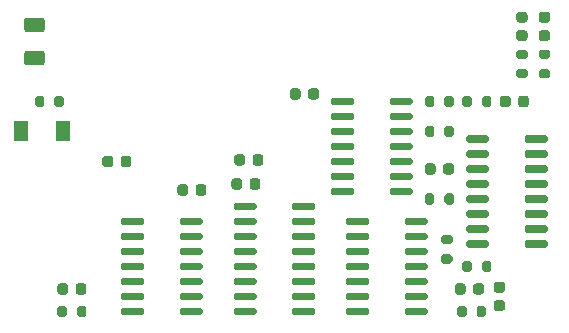
<source format=gtp>
G04 #@! TF.GenerationSoftware,KiCad,Pcbnew,(5.1.10-1-10_14)*
G04 #@! TF.CreationDate,2021-10-20T08:46:01-07:00*
G04 #@! TF.ProjectId,qiroll PAS digital logic,7169726f-6c6c-4205-9041-532064696769,rev?*
G04 #@! TF.SameCoordinates,Original*
G04 #@! TF.FileFunction,Paste,Top*
G04 #@! TF.FilePolarity,Positive*
%FSLAX46Y46*%
G04 Gerber Fmt 4.6, Leading zero omitted, Abs format (unit mm)*
G04 Created by KiCad (PCBNEW (5.1.10-1-10_14)) date 2021-10-20 08:46:01*
%MOMM*%
%LPD*%
G01*
G04 APERTURE LIST*
%ADD10R,1.300000X1.700000*%
G04 APERTURE END LIST*
G04 #@! TO.C,C15*
G36*
G01*
X133787000Y-114050000D02*
X133787000Y-114550000D01*
G75*
G02*
X133562000Y-114775000I-225000J0D01*
G01*
X133112000Y-114775000D01*
G75*
G02*
X132887000Y-114550000I0J225000D01*
G01*
X132887000Y-114050000D01*
G75*
G02*
X133112000Y-113825000I225000J0D01*
G01*
X133562000Y-113825000D01*
G75*
G02*
X133787000Y-114050000I0J-225000D01*
G01*
G37*
G36*
G01*
X135337000Y-114050000D02*
X135337000Y-114550000D01*
G75*
G02*
X135112000Y-114775000I-225000J0D01*
G01*
X134662000Y-114775000D01*
G75*
G02*
X134437000Y-114550000I0J225000D01*
G01*
X134437000Y-114050000D01*
G75*
G02*
X134662000Y-113825000I225000J0D01*
G01*
X135112000Y-113825000D01*
G75*
G02*
X135337000Y-114050000I0J-225000D01*
G01*
G37*
G04 #@! TD*
G04 #@! TO.C,C14*
G36*
G01*
X134028000Y-112018000D02*
X134028000Y-112518000D01*
G75*
G02*
X133803000Y-112743000I-225000J0D01*
G01*
X133353000Y-112743000D01*
G75*
G02*
X133128000Y-112518000I0J225000D01*
G01*
X133128000Y-112018000D01*
G75*
G02*
X133353000Y-111793000I225000J0D01*
G01*
X133803000Y-111793000D01*
G75*
G02*
X134028000Y-112018000I0J-225000D01*
G01*
G37*
G36*
G01*
X135578000Y-112018000D02*
X135578000Y-112518000D01*
G75*
G02*
X135353000Y-112743000I-225000J0D01*
G01*
X134903000Y-112743000D01*
G75*
G02*
X134678000Y-112518000I0J225000D01*
G01*
X134678000Y-112018000D01*
G75*
G02*
X134903000Y-111793000I225000J0D01*
G01*
X135353000Y-111793000D01*
G75*
G02*
X135578000Y-112018000I0J-225000D01*
G01*
G37*
G04 #@! TD*
G04 #@! TO.C,R11*
G36*
G01*
X153650000Y-125370000D02*
X153650000Y-124820000D01*
G75*
G02*
X153850000Y-124620000I200000J0D01*
G01*
X154250000Y-124620000D01*
G75*
G02*
X154450000Y-124820000I0J-200000D01*
G01*
X154450000Y-125370000D01*
G75*
G02*
X154250000Y-125570000I-200000J0D01*
G01*
X153850000Y-125570000D01*
G75*
G02*
X153650000Y-125370000I0J200000D01*
G01*
G37*
G36*
G01*
X152000000Y-125370000D02*
X152000000Y-124820000D01*
G75*
G02*
X152200000Y-124620000I200000J0D01*
G01*
X152600000Y-124620000D01*
G75*
G02*
X152800000Y-124820000I0J-200000D01*
G01*
X152800000Y-125370000D01*
G75*
G02*
X152600000Y-125570000I-200000J0D01*
G01*
X152200000Y-125570000D01*
G75*
G02*
X152000000Y-125370000I0J200000D01*
G01*
G37*
G04 #@! TD*
G04 #@! TO.C,R10*
G36*
G01*
X150070000Y-109580000D02*
X150070000Y-110130000D01*
G75*
G02*
X149870000Y-110330000I-200000J0D01*
G01*
X149470000Y-110330000D01*
G75*
G02*
X149270000Y-110130000I0J200000D01*
G01*
X149270000Y-109580000D01*
G75*
G02*
X149470000Y-109380000I200000J0D01*
G01*
X149870000Y-109380000D01*
G75*
G02*
X150070000Y-109580000I0J-200000D01*
G01*
G37*
G36*
G01*
X151720000Y-109580000D02*
X151720000Y-110130000D01*
G75*
G02*
X151520000Y-110330000I-200000J0D01*
G01*
X151120000Y-110330000D01*
G75*
G02*
X150920000Y-110130000I0J200000D01*
G01*
X150920000Y-109580000D01*
G75*
G02*
X151120000Y-109380000I200000J0D01*
G01*
X151520000Y-109380000D01*
G75*
G02*
X151720000Y-109580000I0J-200000D01*
G01*
G37*
G04 #@! TD*
G04 #@! TO.C,R9*
G36*
G01*
X154095000Y-107590000D02*
X154095000Y-107040000D01*
G75*
G02*
X154295000Y-106840000I200000J0D01*
G01*
X154695000Y-106840000D01*
G75*
G02*
X154895000Y-107040000I0J-200000D01*
G01*
X154895000Y-107590000D01*
G75*
G02*
X154695000Y-107790000I-200000J0D01*
G01*
X154295000Y-107790000D01*
G75*
G02*
X154095000Y-107590000I0J200000D01*
G01*
G37*
G36*
G01*
X152445000Y-107590000D02*
X152445000Y-107040000D01*
G75*
G02*
X152645000Y-106840000I200000J0D01*
G01*
X153045000Y-106840000D01*
G75*
G02*
X153245000Y-107040000I0J-200000D01*
G01*
X153245000Y-107590000D01*
G75*
G02*
X153045000Y-107790000I-200000J0D01*
G01*
X152645000Y-107790000D01*
G75*
G02*
X152445000Y-107590000I0J200000D01*
G01*
G37*
G04 #@! TD*
G04 #@! TO.C,R8*
G36*
G01*
X159660000Y-103715000D02*
X159110000Y-103715000D01*
G75*
G02*
X158910000Y-103515000I0J200000D01*
G01*
X158910000Y-103115000D01*
G75*
G02*
X159110000Y-102915000I200000J0D01*
G01*
X159660000Y-102915000D01*
G75*
G02*
X159860000Y-103115000I0J-200000D01*
G01*
X159860000Y-103515000D01*
G75*
G02*
X159660000Y-103715000I-200000J0D01*
G01*
G37*
G36*
G01*
X159660000Y-105365000D02*
X159110000Y-105365000D01*
G75*
G02*
X158910000Y-105165000I0J200000D01*
G01*
X158910000Y-104765000D01*
G75*
G02*
X159110000Y-104565000I200000J0D01*
G01*
X159660000Y-104565000D01*
G75*
G02*
X159860000Y-104765000I0J-200000D01*
G01*
X159860000Y-105165000D01*
G75*
G02*
X159660000Y-105365000I-200000J0D01*
G01*
G37*
G04 #@! TD*
G04 #@! TO.C,R6*
G36*
G01*
X154095000Y-121560000D02*
X154095000Y-121010000D01*
G75*
G02*
X154295000Y-120810000I200000J0D01*
G01*
X154695000Y-120810000D01*
G75*
G02*
X154895000Y-121010000I0J-200000D01*
G01*
X154895000Y-121560000D01*
G75*
G02*
X154695000Y-121760000I-200000J0D01*
G01*
X154295000Y-121760000D01*
G75*
G02*
X154095000Y-121560000I0J200000D01*
G01*
G37*
G36*
G01*
X152445000Y-121560000D02*
X152445000Y-121010000D01*
G75*
G02*
X152645000Y-120810000I200000J0D01*
G01*
X153045000Y-120810000D01*
G75*
G02*
X153245000Y-121010000I0J-200000D01*
G01*
X153245000Y-121560000D01*
G75*
G02*
X153045000Y-121760000I-200000J0D01*
G01*
X152645000Y-121760000D01*
G75*
G02*
X152445000Y-121560000I0J200000D01*
G01*
G37*
G04 #@! TD*
G04 #@! TO.C,R5*
G36*
G01*
X150070000Y-107040000D02*
X150070000Y-107590000D01*
G75*
G02*
X149870000Y-107790000I-200000J0D01*
G01*
X149470000Y-107790000D01*
G75*
G02*
X149270000Y-107590000I0J200000D01*
G01*
X149270000Y-107040000D01*
G75*
G02*
X149470000Y-106840000I200000J0D01*
G01*
X149870000Y-106840000D01*
G75*
G02*
X150070000Y-107040000I0J-200000D01*
G01*
G37*
G36*
G01*
X151720000Y-107040000D02*
X151720000Y-107590000D01*
G75*
G02*
X151520000Y-107790000I-200000J0D01*
G01*
X151120000Y-107790000D01*
G75*
G02*
X150920000Y-107590000I0J200000D01*
G01*
X150920000Y-107040000D01*
G75*
G02*
X151120000Y-106840000I200000J0D01*
G01*
X151520000Y-106840000D01*
G75*
G02*
X151720000Y-107040000I0J-200000D01*
G01*
G37*
G04 #@! TD*
G04 #@! TO.C,R4*
G36*
G01*
X150855000Y-120250000D02*
X151405000Y-120250000D01*
G75*
G02*
X151605000Y-120450000I0J-200000D01*
G01*
X151605000Y-120850000D01*
G75*
G02*
X151405000Y-121050000I-200000J0D01*
G01*
X150855000Y-121050000D01*
G75*
G02*
X150655000Y-120850000I0J200000D01*
G01*
X150655000Y-120450000D01*
G75*
G02*
X150855000Y-120250000I200000J0D01*
G01*
G37*
G36*
G01*
X150855000Y-118600000D02*
X151405000Y-118600000D01*
G75*
G02*
X151605000Y-118800000I0J-200000D01*
G01*
X151605000Y-119200000D01*
G75*
G02*
X151405000Y-119400000I-200000J0D01*
G01*
X150855000Y-119400000D01*
G75*
G02*
X150655000Y-119200000I0J200000D01*
G01*
X150655000Y-118800000D01*
G75*
G02*
X150855000Y-118600000I200000J0D01*
G01*
G37*
G04 #@! TD*
G04 #@! TO.C,R3*
G36*
G01*
X150070000Y-115295000D02*
X150070000Y-115845000D01*
G75*
G02*
X149870000Y-116045000I-200000J0D01*
G01*
X149470000Y-116045000D01*
G75*
G02*
X149270000Y-115845000I0J200000D01*
G01*
X149270000Y-115295000D01*
G75*
G02*
X149470000Y-115095000I200000J0D01*
G01*
X149870000Y-115095000D01*
G75*
G02*
X150070000Y-115295000I0J-200000D01*
G01*
G37*
G36*
G01*
X151720000Y-115295000D02*
X151720000Y-115845000D01*
G75*
G02*
X151520000Y-116045000I-200000J0D01*
G01*
X151120000Y-116045000D01*
G75*
G02*
X150920000Y-115845000I0J200000D01*
G01*
X150920000Y-115295000D01*
G75*
G02*
X151120000Y-115095000I200000J0D01*
G01*
X151520000Y-115095000D01*
G75*
G02*
X151720000Y-115295000I0J-200000D01*
G01*
G37*
G04 #@! TD*
G04 #@! TO.C,R2*
G36*
G01*
X157755000Y-103715000D02*
X157205000Y-103715000D01*
G75*
G02*
X157005000Y-103515000I0J200000D01*
G01*
X157005000Y-103115000D01*
G75*
G02*
X157205000Y-102915000I200000J0D01*
G01*
X157755000Y-102915000D01*
G75*
G02*
X157955000Y-103115000I0J-200000D01*
G01*
X157955000Y-103515000D01*
G75*
G02*
X157755000Y-103715000I-200000J0D01*
G01*
G37*
G36*
G01*
X157755000Y-105365000D02*
X157205000Y-105365000D01*
G75*
G02*
X157005000Y-105165000I0J200000D01*
G01*
X157005000Y-104765000D01*
G75*
G02*
X157205000Y-104565000I200000J0D01*
G01*
X157755000Y-104565000D01*
G75*
G02*
X157955000Y-104765000I0J-200000D01*
G01*
X157955000Y-105165000D01*
G75*
G02*
X157755000Y-105365000I-200000J0D01*
G01*
G37*
G04 #@! TD*
G04 #@! TO.C,R1*
G36*
G01*
X119805000Y-125370000D02*
X119805000Y-124820000D01*
G75*
G02*
X120005000Y-124620000I200000J0D01*
G01*
X120405000Y-124620000D01*
G75*
G02*
X120605000Y-124820000I0J-200000D01*
G01*
X120605000Y-125370000D01*
G75*
G02*
X120405000Y-125570000I-200000J0D01*
G01*
X120005000Y-125570000D01*
G75*
G02*
X119805000Y-125370000I0J200000D01*
G01*
G37*
G36*
G01*
X118155000Y-125370000D02*
X118155000Y-124820000D01*
G75*
G02*
X118355000Y-124620000I200000J0D01*
G01*
X118755000Y-124620000D01*
G75*
G02*
X118955000Y-124820000I0J-200000D01*
G01*
X118955000Y-125370000D01*
G75*
G02*
X118755000Y-125570000I-200000J0D01*
G01*
X118355000Y-125570000D01*
G75*
G02*
X118155000Y-125370000I0J200000D01*
G01*
G37*
G04 #@! TD*
G04 #@! TO.C,C9*
G36*
G01*
X157170000Y-107565000D02*
X157170000Y-107065000D01*
G75*
G02*
X157395000Y-106840000I225000J0D01*
G01*
X157845000Y-106840000D01*
G75*
G02*
X158070000Y-107065000I0J-225000D01*
G01*
X158070000Y-107565000D01*
G75*
G02*
X157845000Y-107790000I-225000J0D01*
G01*
X157395000Y-107790000D01*
G75*
G02*
X157170000Y-107565000I0J225000D01*
G01*
G37*
G36*
G01*
X155620000Y-107565000D02*
X155620000Y-107065000D01*
G75*
G02*
X155845000Y-106840000I225000J0D01*
G01*
X156295000Y-106840000D01*
G75*
G02*
X156520000Y-107065000I0J-225000D01*
G01*
X156520000Y-107565000D01*
G75*
G02*
X156295000Y-107790000I-225000J0D01*
G01*
X155845000Y-107790000D01*
G75*
G02*
X155620000Y-107565000I0J225000D01*
G01*
G37*
G04 #@! TD*
G04 #@! TO.C,C8*
G36*
G01*
X155325000Y-124150000D02*
X155825000Y-124150000D01*
G75*
G02*
X156050000Y-124375000I0J-225000D01*
G01*
X156050000Y-124825000D01*
G75*
G02*
X155825000Y-125050000I-225000J0D01*
G01*
X155325000Y-125050000D01*
G75*
G02*
X155100000Y-124825000I0J225000D01*
G01*
X155100000Y-124375000D01*
G75*
G02*
X155325000Y-124150000I225000J0D01*
G01*
G37*
G36*
G01*
X155325000Y-122600000D02*
X155825000Y-122600000D01*
G75*
G02*
X156050000Y-122825000I0J-225000D01*
G01*
X156050000Y-123275000D01*
G75*
G02*
X155825000Y-123500000I-225000J0D01*
G01*
X155325000Y-123500000D01*
G75*
G02*
X155100000Y-123275000I0J225000D01*
G01*
X155100000Y-122825000D01*
G75*
G02*
X155325000Y-122600000I225000J0D01*
G01*
G37*
G04 #@! TD*
G04 #@! TO.C,C6*
G36*
G01*
X159635000Y-100640000D02*
X159135000Y-100640000D01*
G75*
G02*
X158910000Y-100415000I0J225000D01*
G01*
X158910000Y-99965000D01*
G75*
G02*
X159135000Y-99740000I225000J0D01*
G01*
X159635000Y-99740000D01*
G75*
G02*
X159860000Y-99965000I0J-225000D01*
G01*
X159860000Y-100415000D01*
G75*
G02*
X159635000Y-100640000I-225000J0D01*
G01*
G37*
G36*
G01*
X159635000Y-102190000D02*
X159135000Y-102190000D01*
G75*
G02*
X158910000Y-101965000I0J225000D01*
G01*
X158910000Y-101515000D01*
G75*
G02*
X159135000Y-101290000I225000J0D01*
G01*
X159635000Y-101290000D01*
G75*
G02*
X159860000Y-101515000I0J-225000D01*
G01*
X159860000Y-101965000D01*
G75*
G02*
X159635000Y-102190000I-225000J0D01*
G01*
G37*
G04 #@! TD*
G04 #@! TO.C,C5*
G36*
G01*
X157730000Y-100640000D02*
X157230000Y-100640000D01*
G75*
G02*
X157005000Y-100415000I0J225000D01*
G01*
X157005000Y-99965000D01*
G75*
G02*
X157230000Y-99740000I225000J0D01*
G01*
X157730000Y-99740000D01*
G75*
G02*
X157955000Y-99965000I0J-225000D01*
G01*
X157955000Y-100415000D01*
G75*
G02*
X157730000Y-100640000I-225000J0D01*
G01*
G37*
G36*
G01*
X157730000Y-102190000D02*
X157230000Y-102190000D01*
G75*
G02*
X157005000Y-101965000I0J225000D01*
G01*
X157005000Y-101515000D01*
G75*
G02*
X157230000Y-101290000I225000J0D01*
G01*
X157730000Y-101290000D01*
G75*
G02*
X157955000Y-101515000I0J-225000D01*
G01*
X157955000Y-101965000D01*
G75*
G02*
X157730000Y-102190000I-225000J0D01*
G01*
G37*
G04 #@! TD*
G04 #@! TO.C,C4*
G36*
G01*
X152710000Y-122940000D02*
X152710000Y-123440000D01*
G75*
G02*
X152485000Y-123665000I-225000J0D01*
G01*
X152035000Y-123665000D01*
G75*
G02*
X151810000Y-123440000I0J225000D01*
G01*
X151810000Y-122940000D01*
G75*
G02*
X152035000Y-122715000I225000J0D01*
G01*
X152485000Y-122715000D01*
G75*
G02*
X152710000Y-122940000I0J-225000D01*
G01*
G37*
G36*
G01*
X154260000Y-122940000D02*
X154260000Y-123440000D01*
G75*
G02*
X154035000Y-123665000I-225000J0D01*
G01*
X153585000Y-123665000D01*
G75*
G02*
X153360000Y-123440000I0J225000D01*
G01*
X153360000Y-122940000D01*
G75*
G02*
X153585000Y-122715000I225000J0D01*
G01*
X154035000Y-122715000D01*
G75*
G02*
X154260000Y-122940000I0J-225000D01*
G01*
G37*
G04 #@! TD*
G04 #@! TO.C,C3*
G36*
G01*
X139390000Y-106930000D02*
X139390000Y-106430000D01*
G75*
G02*
X139615000Y-106205000I225000J0D01*
G01*
X140065000Y-106205000D01*
G75*
G02*
X140290000Y-106430000I0J-225000D01*
G01*
X140290000Y-106930000D01*
G75*
G02*
X140065000Y-107155000I-225000J0D01*
G01*
X139615000Y-107155000D01*
G75*
G02*
X139390000Y-106930000I0J225000D01*
G01*
G37*
G36*
G01*
X137840000Y-106930000D02*
X137840000Y-106430000D01*
G75*
G02*
X138065000Y-106205000I225000J0D01*
G01*
X138515000Y-106205000D01*
G75*
G02*
X138740000Y-106430000I0J-225000D01*
G01*
X138740000Y-106930000D01*
G75*
G02*
X138515000Y-107155000I-225000J0D01*
G01*
X138065000Y-107155000D01*
G75*
G02*
X137840000Y-106930000I0J225000D01*
G01*
G37*
G04 #@! TD*
G04 #@! TO.C,C2*
G36*
G01*
X150170000Y-112780000D02*
X150170000Y-113280000D01*
G75*
G02*
X149945000Y-113505000I-225000J0D01*
G01*
X149495000Y-113505000D01*
G75*
G02*
X149270000Y-113280000I0J225000D01*
G01*
X149270000Y-112780000D01*
G75*
G02*
X149495000Y-112555000I225000J0D01*
G01*
X149945000Y-112555000D01*
G75*
G02*
X150170000Y-112780000I0J-225000D01*
G01*
G37*
G36*
G01*
X151720000Y-112780000D02*
X151720000Y-113280000D01*
G75*
G02*
X151495000Y-113505000I-225000J0D01*
G01*
X151045000Y-113505000D01*
G75*
G02*
X150820000Y-113280000I0J225000D01*
G01*
X150820000Y-112780000D01*
G75*
G02*
X151045000Y-112555000I225000J0D01*
G01*
X151495000Y-112555000D01*
G75*
G02*
X151720000Y-112780000I0J-225000D01*
G01*
G37*
G04 #@! TD*
G04 #@! TO.C,C1*
G36*
G01*
X119055000Y-122940000D02*
X119055000Y-123440000D01*
G75*
G02*
X118830000Y-123665000I-225000J0D01*
G01*
X118380000Y-123665000D01*
G75*
G02*
X118155000Y-123440000I0J225000D01*
G01*
X118155000Y-122940000D01*
G75*
G02*
X118380000Y-122715000I225000J0D01*
G01*
X118830000Y-122715000D01*
G75*
G02*
X119055000Y-122940000I0J-225000D01*
G01*
G37*
G36*
G01*
X120605000Y-122940000D02*
X120605000Y-123440000D01*
G75*
G02*
X120380000Y-123665000I-225000J0D01*
G01*
X119930000Y-123665000D01*
G75*
G02*
X119705000Y-123440000I0J225000D01*
G01*
X119705000Y-122940000D01*
G75*
G02*
X119930000Y-122715000I225000J0D01*
G01*
X120380000Y-122715000D01*
G75*
G02*
X120605000Y-122940000I0J-225000D01*
G01*
G37*
G04 #@! TD*
D10*
G04 #@! TO.C,D1*
X118590000Y-109855000D03*
X115090000Y-109855000D03*
G04 #@! TD*
G04 #@! TO.C,F1*
G36*
G01*
X116830000Y-101460000D02*
X115580000Y-101460000D01*
G75*
G02*
X115330000Y-101210000I0J250000D01*
G01*
X115330000Y-100460000D01*
G75*
G02*
X115580000Y-100210000I250000J0D01*
G01*
X116830000Y-100210000D01*
G75*
G02*
X117080000Y-100460000I0J-250000D01*
G01*
X117080000Y-101210000D01*
G75*
G02*
X116830000Y-101460000I-250000J0D01*
G01*
G37*
G36*
G01*
X116830000Y-104260000D02*
X115580000Y-104260000D01*
G75*
G02*
X115330000Y-104010000I0J250000D01*
G01*
X115330000Y-103260000D01*
G75*
G02*
X115580000Y-103010000I250000J0D01*
G01*
X116830000Y-103010000D01*
G75*
G02*
X117080000Y-103260000I0J-250000D01*
G01*
X117080000Y-104010000D01*
G75*
G02*
X116830000Y-104260000I-250000J0D01*
G01*
G37*
G04 #@! TD*
G04 #@! TO.C,R7*
G36*
G01*
X117050000Y-107040000D02*
X117050000Y-107590000D01*
G75*
G02*
X116850000Y-107790000I-200000J0D01*
G01*
X116450000Y-107790000D01*
G75*
G02*
X116250000Y-107590000I0J200000D01*
G01*
X116250000Y-107040000D01*
G75*
G02*
X116450000Y-106840000I200000J0D01*
G01*
X116850000Y-106840000D01*
G75*
G02*
X117050000Y-107040000I0J-200000D01*
G01*
G37*
G36*
G01*
X118700000Y-107040000D02*
X118700000Y-107590000D01*
G75*
G02*
X118500000Y-107790000I-200000J0D01*
G01*
X118100000Y-107790000D01*
G75*
G02*
X117900000Y-107590000I0J200000D01*
G01*
X117900000Y-107040000D01*
G75*
G02*
X118100000Y-106840000I200000J0D01*
G01*
X118500000Y-106840000D01*
G75*
G02*
X118700000Y-107040000I0J-200000D01*
G01*
G37*
G04 #@! TD*
G04 #@! TO.C,C13*
G36*
G01*
X129215000Y-114558000D02*
X129215000Y-115058000D01*
G75*
G02*
X128990000Y-115283000I-225000J0D01*
G01*
X128540000Y-115283000D01*
G75*
G02*
X128315000Y-115058000I0J225000D01*
G01*
X128315000Y-114558000D01*
G75*
G02*
X128540000Y-114333000I225000J0D01*
G01*
X128990000Y-114333000D01*
G75*
G02*
X129215000Y-114558000I0J-225000D01*
G01*
G37*
G36*
G01*
X130765000Y-114558000D02*
X130765000Y-115058000D01*
G75*
G02*
X130540000Y-115283000I-225000J0D01*
G01*
X130090000Y-115283000D01*
G75*
G02*
X129865000Y-115058000I0J225000D01*
G01*
X129865000Y-114558000D01*
G75*
G02*
X130090000Y-114333000I225000J0D01*
G01*
X130540000Y-114333000D01*
G75*
G02*
X130765000Y-114558000I0J-225000D01*
G01*
G37*
G04 #@! TD*
G04 #@! TO.C,C11*
G36*
G01*
X123515000Y-112645000D02*
X123515000Y-112145000D01*
G75*
G02*
X123740000Y-111920000I225000J0D01*
G01*
X124190000Y-111920000D01*
G75*
G02*
X124415000Y-112145000I0J-225000D01*
G01*
X124415000Y-112645000D01*
G75*
G02*
X124190000Y-112870000I-225000J0D01*
G01*
X123740000Y-112870000D01*
G75*
G02*
X123515000Y-112645000I0J225000D01*
G01*
G37*
G36*
G01*
X121965000Y-112645000D02*
X121965000Y-112145000D01*
G75*
G02*
X122190000Y-111920000I225000J0D01*
G01*
X122640000Y-111920000D01*
G75*
G02*
X122865000Y-112145000I0J-225000D01*
G01*
X122865000Y-112645000D01*
G75*
G02*
X122640000Y-112870000I-225000J0D01*
G01*
X122190000Y-112870000D01*
G75*
G02*
X121965000Y-112645000I0J225000D01*
G01*
G37*
G04 #@! TD*
G04 #@! TO.C,U6*
G36*
G01*
X157710000Y-110640000D02*
X157710000Y-110340000D01*
G75*
G02*
X157860000Y-110190000I150000J0D01*
G01*
X159510000Y-110190000D01*
G75*
G02*
X159660000Y-110340000I0J-150000D01*
G01*
X159660000Y-110640000D01*
G75*
G02*
X159510000Y-110790000I-150000J0D01*
G01*
X157860000Y-110790000D01*
G75*
G02*
X157710000Y-110640000I0J150000D01*
G01*
G37*
G36*
G01*
X157710000Y-111910000D02*
X157710000Y-111610000D01*
G75*
G02*
X157860000Y-111460000I150000J0D01*
G01*
X159510000Y-111460000D01*
G75*
G02*
X159660000Y-111610000I0J-150000D01*
G01*
X159660000Y-111910000D01*
G75*
G02*
X159510000Y-112060000I-150000J0D01*
G01*
X157860000Y-112060000D01*
G75*
G02*
X157710000Y-111910000I0J150000D01*
G01*
G37*
G36*
G01*
X157710000Y-113180000D02*
X157710000Y-112880000D01*
G75*
G02*
X157860000Y-112730000I150000J0D01*
G01*
X159510000Y-112730000D01*
G75*
G02*
X159660000Y-112880000I0J-150000D01*
G01*
X159660000Y-113180000D01*
G75*
G02*
X159510000Y-113330000I-150000J0D01*
G01*
X157860000Y-113330000D01*
G75*
G02*
X157710000Y-113180000I0J150000D01*
G01*
G37*
G36*
G01*
X157710000Y-114450000D02*
X157710000Y-114150000D01*
G75*
G02*
X157860000Y-114000000I150000J0D01*
G01*
X159510000Y-114000000D01*
G75*
G02*
X159660000Y-114150000I0J-150000D01*
G01*
X159660000Y-114450000D01*
G75*
G02*
X159510000Y-114600000I-150000J0D01*
G01*
X157860000Y-114600000D01*
G75*
G02*
X157710000Y-114450000I0J150000D01*
G01*
G37*
G36*
G01*
X157710000Y-115720000D02*
X157710000Y-115420000D01*
G75*
G02*
X157860000Y-115270000I150000J0D01*
G01*
X159510000Y-115270000D01*
G75*
G02*
X159660000Y-115420000I0J-150000D01*
G01*
X159660000Y-115720000D01*
G75*
G02*
X159510000Y-115870000I-150000J0D01*
G01*
X157860000Y-115870000D01*
G75*
G02*
X157710000Y-115720000I0J150000D01*
G01*
G37*
G36*
G01*
X157710000Y-116990000D02*
X157710000Y-116690000D01*
G75*
G02*
X157860000Y-116540000I150000J0D01*
G01*
X159510000Y-116540000D01*
G75*
G02*
X159660000Y-116690000I0J-150000D01*
G01*
X159660000Y-116990000D01*
G75*
G02*
X159510000Y-117140000I-150000J0D01*
G01*
X157860000Y-117140000D01*
G75*
G02*
X157710000Y-116990000I0J150000D01*
G01*
G37*
G36*
G01*
X157710000Y-118260000D02*
X157710000Y-117960000D01*
G75*
G02*
X157860000Y-117810000I150000J0D01*
G01*
X159510000Y-117810000D01*
G75*
G02*
X159660000Y-117960000I0J-150000D01*
G01*
X159660000Y-118260000D01*
G75*
G02*
X159510000Y-118410000I-150000J0D01*
G01*
X157860000Y-118410000D01*
G75*
G02*
X157710000Y-118260000I0J150000D01*
G01*
G37*
G36*
G01*
X157710000Y-119530000D02*
X157710000Y-119230000D01*
G75*
G02*
X157860000Y-119080000I150000J0D01*
G01*
X159510000Y-119080000D01*
G75*
G02*
X159660000Y-119230000I0J-150000D01*
G01*
X159660000Y-119530000D01*
G75*
G02*
X159510000Y-119680000I-150000J0D01*
G01*
X157860000Y-119680000D01*
G75*
G02*
X157710000Y-119530000I0J150000D01*
G01*
G37*
G36*
G01*
X152760000Y-119530000D02*
X152760000Y-119230000D01*
G75*
G02*
X152910000Y-119080000I150000J0D01*
G01*
X154560000Y-119080000D01*
G75*
G02*
X154710000Y-119230000I0J-150000D01*
G01*
X154710000Y-119530000D01*
G75*
G02*
X154560000Y-119680000I-150000J0D01*
G01*
X152910000Y-119680000D01*
G75*
G02*
X152760000Y-119530000I0J150000D01*
G01*
G37*
G36*
G01*
X152760000Y-118260000D02*
X152760000Y-117960000D01*
G75*
G02*
X152910000Y-117810000I150000J0D01*
G01*
X154560000Y-117810000D01*
G75*
G02*
X154710000Y-117960000I0J-150000D01*
G01*
X154710000Y-118260000D01*
G75*
G02*
X154560000Y-118410000I-150000J0D01*
G01*
X152910000Y-118410000D01*
G75*
G02*
X152760000Y-118260000I0J150000D01*
G01*
G37*
G36*
G01*
X152760000Y-116990000D02*
X152760000Y-116690000D01*
G75*
G02*
X152910000Y-116540000I150000J0D01*
G01*
X154560000Y-116540000D01*
G75*
G02*
X154710000Y-116690000I0J-150000D01*
G01*
X154710000Y-116990000D01*
G75*
G02*
X154560000Y-117140000I-150000J0D01*
G01*
X152910000Y-117140000D01*
G75*
G02*
X152760000Y-116990000I0J150000D01*
G01*
G37*
G36*
G01*
X152760000Y-115720000D02*
X152760000Y-115420000D01*
G75*
G02*
X152910000Y-115270000I150000J0D01*
G01*
X154560000Y-115270000D01*
G75*
G02*
X154710000Y-115420000I0J-150000D01*
G01*
X154710000Y-115720000D01*
G75*
G02*
X154560000Y-115870000I-150000J0D01*
G01*
X152910000Y-115870000D01*
G75*
G02*
X152760000Y-115720000I0J150000D01*
G01*
G37*
G36*
G01*
X152760000Y-114450000D02*
X152760000Y-114150000D01*
G75*
G02*
X152910000Y-114000000I150000J0D01*
G01*
X154560000Y-114000000D01*
G75*
G02*
X154710000Y-114150000I0J-150000D01*
G01*
X154710000Y-114450000D01*
G75*
G02*
X154560000Y-114600000I-150000J0D01*
G01*
X152910000Y-114600000D01*
G75*
G02*
X152760000Y-114450000I0J150000D01*
G01*
G37*
G36*
G01*
X152760000Y-113180000D02*
X152760000Y-112880000D01*
G75*
G02*
X152910000Y-112730000I150000J0D01*
G01*
X154560000Y-112730000D01*
G75*
G02*
X154710000Y-112880000I0J-150000D01*
G01*
X154710000Y-113180000D01*
G75*
G02*
X154560000Y-113330000I-150000J0D01*
G01*
X152910000Y-113330000D01*
G75*
G02*
X152760000Y-113180000I0J150000D01*
G01*
G37*
G36*
G01*
X152760000Y-111910000D02*
X152760000Y-111610000D01*
G75*
G02*
X152910000Y-111460000I150000J0D01*
G01*
X154560000Y-111460000D01*
G75*
G02*
X154710000Y-111610000I0J-150000D01*
G01*
X154710000Y-111910000D01*
G75*
G02*
X154560000Y-112060000I-150000J0D01*
G01*
X152910000Y-112060000D01*
G75*
G02*
X152760000Y-111910000I0J150000D01*
G01*
G37*
G36*
G01*
X152760000Y-110640000D02*
X152760000Y-110340000D01*
G75*
G02*
X152910000Y-110190000I150000J0D01*
G01*
X154560000Y-110190000D01*
G75*
G02*
X154710000Y-110340000I0J-150000D01*
G01*
X154710000Y-110640000D01*
G75*
G02*
X154560000Y-110790000I-150000J0D01*
G01*
X152910000Y-110790000D01*
G75*
G02*
X152760000Y-110640000I0J150000D01*
G01*
G37*
G04 #@! TD*
G04 #@! TO.C,U3*
G36*
G01*
X146280000Y-107465000D02*
X146280000Y-107165000D01*
G75*
G02*
X146430000Y-107015000I150000J0D01*
G01*
X148080000Y-107015000D01*
G75*
G02*
X148230000Y-107165000I0J-150000D01*
G01*
X148230000Y-107465000D01*
G75*
G02*
X148080000Y-107615000I-150000J0D01*
G01*
X146430000Y-107615000D01*
G75*
G02*
X146280000Y-107465000I0J150000D01*
G01*
G37*
G36*
G01*
X146280000Y-108735000D02*
X146280000Y-108435000D01*
G75*
G02*
X146430000Y-108285000I150000J0D01*
G01*
X148080000Y-108285000D01*
G75*
G02*
X148230000Y-108435000I0J-150000D01*
G01*
X148230000Y-108735000D01*
G75*
G02*
X148080000Y-108885000I-150000J0D01*
G01*
X146430000Y-108885000D01*
G75*
G02*
X146280000Y-108735000I0J150000D01*
G01*
G37*
G36*
G01*
X146280000Y-110005000D02*
X146280000Y-109705000D01*
G75*
G02*
X146430000Y-109555000I150000J0D01*
G01*
X148080000Y-109555000D01*
G75*
G02*
X148230000Y-109705000I0J-150000D01*
G01*
X148230000Y-110005000D01*
G75*
G02*
X148080000Y-110155000I-150000J0D01*
G01*
X146430000Y-110155000D01*
G75*
G02*
X146280000Y-110005000I0J150000D01*
G01*
G37*
G36*
G01*
X146280000Y-111275000D02*
X146280000Y-110975000D01*
G75*
G02*
X146430000Y-110825000I150000J0D01*
G01*
X148080000Y-110825000D01*
G75*
G02*
X148230000Y-110975000I0J-150000D01*
G01*
X148230000Y-111275000D01*
G75*
G02*
X148080000Y-111425000I-150000J0D01*
G01*
X146430000Y-111425000D01*
G75*
G02*
X146280000Y-111275000I0J150000D01*
G01*
G37*
G36*
G01*
X146280000Y-112545000D02*
X146280000Y-112245000D01*
G75*
G02*
X146430000Y-112095000I150000J0D01*
G01*
X148080000Y-112095000D01*
G75*
G02*
X148230000Y-112245000I0J-150000D01*
G01*
X148230000Y-112545000D01*
G75*
G02*
X148080000Y-112695000I-150000J0D01*
G01*
X146430000Y-112695000D01*
G75*
G02*
X146280000Y-112545000I0J150000D01*
G01*
G37*
G36*
G01*
X146280000Y-113815000D02*
X146280000Y-113515000D01*
G75*
G02*
X146430000Y-113365000I150000J0D01*
G01*
X148080000Y-113365000D01*
G75*
G02*
X148230000Y-113515000I0J-150000D01*
G01*
X148230000Y-113815000D01*
G75*
G02*
X148080000Y-113965000I-150000J0D01*
G01*
X146430000Y-113965000D01*
G75*
G02*
X146280000Y-113815000I0J150000D01*
G01*
G37*
G36*
G01*
X146280000Y-115085000D02*
X146280000Y-114785000D01*
G75*
G02*
X146430000Y-114635000I150000J0D01*
G01*
X148080000Y-114635000D01*
G75*
G02*
X148230000Y-114785000I0J-150000D01*
G01*
X148230000Y-115085000D01*
G75*
G02*
X148080000Y-115235000I-150000J0D01*
G01*
X146430000Y-115235000D01*
G75*
G02*
X146280000Y-115085000I0J150000D01*
G01*
G37*
G36*
G01*
X141330000Y-115085000D02*
X141330000Y-114785000D01*
G75*
G02*
X141480000Y-114635000I150000J0D01*
G01*
X143130000Y-114635000D01*
G75*
G02*
X143280000Y-114785000I0J-150000D01*
G01*
X143280000Y-115085000D01*
G75*
G02*
X143130000Y-115235000I-150000J0D01*
G01*
X141480000Y-115235000D01*
G75*
G02*
X141330000Y-115085000I0J150000D01*
G01*
G37*
G36*
G01*
X141330000Y-113815000D02*
X141330000Y-113515000D01*
G75*
G02*
X141480000Y-113365000I150000J0D01*
G01*
X143130000Y-113365000D01*
G75*
G02*
X143280000Y-113515000I0J-150000D01*
G01*
X143280000Y-113815000D01*
G75*
G02*
X143130000Y-113965000I-150000J0D01*
G01*
X141480000Y-113965000D01*
G75*
G02*
X141330000Y-113815000I0J150000D01*
G01*
G37*
G36*
G01*
X141330000Y-112545000D02*
X141330000Y-112245000D01*
G75*
G02*
X141480000Y-112095000I150000J0D01*
G01*
X143130000Y-112095000D01*
G75*
G02*
X143280000Y-112245000I0J-150000D01*
G01*
X143280000Y-112545000D01*
G75*
G02*
X143130000Y-112695000I-150000J0D01*
G01*
X141480000Y-112695000D01*
G75*
G02*
X141330000Y-112545000I0J150000D01*
G01*
G37*
G36*
G01*
X141330000Y-111275000D02*
X141330000Y-110975000D01*
G75*
G02*
X141480000Y-110825000I150000J0D01*
G01*
X143130000Y-110825000D01*
G75*
G02*
X143280000Y-110975000I0J-150000D01*
G01*
X143280000Y-111275000D01*
G75*
G02*
X143130000Y-111425000I-150000J0D01*
G01*
X141480000Y-111425000D01*
G75*
G02*
X141330000Y-111275000I0J150000D01*
G01*
G37*
G36*
G01*
X141330000Y-110005000D02*
X141330000Y-109705000D01*
G75*
G02*
X141480000Y-109555000I150000J0D01*
G01*
X143130000Y-109555000D01*
G75*
G02*
X143280000Y-109705000I0J-150000D01*
G01*
X143280000Y-110005000D01*
G75*
G02*
X143130000Y-110155000I-150000J0D01*
G01*
X141480000Y-110155000D01*
G75*
G02*
X141330000Y-110005000I0J150000D01*
G01*
G37*
G36*
G01*
X141330000Y-108735000D02*
X141330000Y-108435000D01*
G75*
G02*
X141480000Y-108285000I150000J0D01*
G01*
X143130000Y-108285000D01*
G75*
G02*
X143280000Y-108435000I0J-150000D01*
G01*
X143280000Y-108735000D01*
G75*
G02*
X143130000Y-108885000I-150000J0D01*
G01*
X141480000Y-108885000D01*
G75*
G02*
X141330000Y-108735000I0J150000D01*
G01*
G37*
G36*
G01*
X141330000Y-107465000D02*
X141330000Y-107165000D01*
G75*
G02*
X141480000Y-107015000I150000J0D01*
G01*
X143130000Y-107015000D01*
G75*
G02*
X143280000Y-107165000I0J-150000D01*
G01*
X143280000Y-107465000D01*
G75*
G02*
X143130000Y-107615000I-150000J0D01*
G01*
X141480000Y-107615000D01*
G75*
G02*
X141330000Y-107465000I0J150000D01*
G01*
G37*
G04 #@! TD*
G04 #@! TO.C,U2*
G36*
G01*
X138025000Y-116355000D02*
X138025000Y-116055000D01*
G75*
G02*
X138175000Y-115905000I150000J0D01*
G01*
X139825000Y-115905000D01*
G75*
G02*
X139975000Y-116055000I0J-150000D01*
G01*
X139975000Y-116355000D01*
G75*
G02*
X139825000Y-116505000I-150000J0D01*
G01*
X138175000Y-116505000D01*
G75*
G02*
X138025000Y-116355000I0J150000D01*
G01*
G37*
G36*
G01*
X138025000Y-117625000D02*
X138025000Y-117325000D01*
G75*
G02*
X138175000Y-117175000I150000J0D01*
G01*
X139825000Y-117175000D01*
G75*
G02*
X139975000Y-117325000I0J-150000D01*
G01*
X139975000Y-117625000D01*
G75*
G02*
X139825000Y-117775000I-150000J0D01*
G01*
X138175000Y-117775000D01*
G75*
G02*
X138025000Y-117625000I0J150000D01*
G01*
G37*
G36*
G01*
X138025000Y-118895000D02*
X138025000Y-118595000D01*
G75*
G02*
X138175000Y-118445000I150000J0D01*
G01*
X139825000Y-118445000D01*
G75*
G02*
X139975000Y-118595000I0J-150000D01*
G01*
X139975000Y-118895000D01*
G75*
G02*
X139825000Y-119045000I-150000J0D01*
G01*
X138175000Y-119045000D01*
G75*
G02*
X138025000Y-118895000I0J150000D01*
G01*
G37*
G36*
G01*
X138025000Y-120165000D02*
X138025000Y-119865000D01*
G75*
G02*
X138175000Y-119715000I150000J0D01*
G01*
X139825000Y-119715000D01*
G75*
G02*
X139975000Y-119865000I0J-150000D01*
G01*
X139975000Y-120165000D01*
G75*
G02*
X139825000Y-120315000I-150000J0D01*
G01*
X138175000Y-120315000D01*
G75*
G02*
X138025000Y-120165000I0J150000D01*
G01*
G37*
G36*
G01*
X138025000Y-121435000D02*
X138025000Y-121135000D01*
G75*
G02*
X138175000Y-120985000I150000J0D01*
G01*
X139825000Y-120985000D01*
G75*
G02*
X139975000Y-121135000I0J-150000D01*
G01*
X139975000Y-121435000D01*
G75*
G02*
X139825000Y-121585000I-150000J0D01*
G01*
X138175000Y-121585000D01*
G75*
G02*
X138025000Y-121435000I0J150000D01*
G01*
G37*
G36*
G01*
X138025000Y-122705000D02*
X138025000Y-122405000D01*
G75*
G02*
X138175000Y-122255000I150000J0D01*
G01*
X139825000Y-122255000D01*
G75*
G02*
X139975000Y-122405000I0J-150000D01*
G01*
X139975000Y-122705000D01*
G75*
G02*
X139825000Y-122855000I-150000J0D01*
G01*
X138175000Y-122855000D01*
G75*
G02*
X138025000Y-122705000I0J150000D01*
G01*
G37*
G36*
G01*
X138025000Y-123975000D02*
X138025000Y-123675000D01*
G75*
G02*
X138175000Y-123525000I150000J0D01*
G01*
X139825000Y-123525000D01*
G75*
G02*
X139975000Y-123675000I0J-150000D01*
G01*
X139975000Y-123975000D01*
G75*
G02*
X139825000Y-124125000I-150000J0D01*
G01*
X138175000Y-124125000D01*
G75*
G02*
X138025000Y-123975000I0J150000D01*
G01*
G37*
G36*
G01*
X138025000Y-125245000D02*
X138025000Y-124945000D01*
G75*
G02*
X138175000Y-124795000I150000J0D01*
G01*
X139825000Y-124795000D01*
G75*
G02*
X139975000Y-124945000I0J-150000D01*
G01*
X139975000Y-125245000D01*
G75*
G02*
X139825000Y-125395000I-150000J0D01*
G01*
X138175000Y-125395000D01*
G75*
G02*
X138025000Y-125245000I0J150000D01*
G01*
G37*
G36*
G01*
X133075000Y-125245000D02*
X133075000Y-124945000D01*
G75*
G02*
X133225000Y-124795000I150000J0D01*
G01*
X134875000Y-124795000D01*
G75*
G02*
X135025000Y-124945000I0J-150000D01*
G01*
X135025000Y-125245000D01*
G75*
G02*
X134875000Y-125395000I-150000J0D01*
G01*
X133225000Y-125395000D01*
G75*
G02*
X133075000Y-125245000I0J150000D01*
G01*
G37*
G36*
G01*
X133075000Y-123975000D02*
X133075000Y-123675000D01*
G75*
G02*
X133225000Y-123525000I150000J0D01*
G01*
X134875000Y-123525000D01*
G75*
G02*
X135025000Y-123675000I0J-150000D01*
G01*
X135025000Y-123975000D01*
G75*
G02*
X134875000Y-124125000I-150000J0D01*
G01*
X133225000Y-124125000D01*
G75*
G02*
X133075000Y-123975000I0J150000D01*
G01*
G37*
G36*
G01*
X133075000Y-122705000D02*
X133075000Y-122405000D01*
G75*
G02*
X133225000Y-122255000I150000J0D01*
G01*
X134875000Y-122255000D01*
G75*
G02*
X135025000Y-122405000I0J-150000D01*
G01*
X135025000Y-122705000D01*
G75*
G02*
X134875000Y-122855000I-150000J0D01*
G01*
X133225000Y-122855000D01*
G75*
G02*
X133075000Y-122705000I0J150000D01*
G01*
G37*
G36*
G01*
X133075000Y-121435000D02*
X133075000Y-121135000D01*
G75*
G02*
X133225000Y-120985000I150000J0D01*
G01*
X134875000Y-120985000D01*
G75*
G02*
X135025000Y-121135000I0J-150000D01*
G01*
X135025000Y-121435000D01*
G75*
G02*
X134875000Y-121585000I-150000J0D01*
G01*
X133225000Y-121585000D01*
G75*
G02*
X133075000Y-121435000I0J150000D01*
G01*
G37*
G36*
G01*
X133075000Y-120165000D02*
X133075000Y-119865000D01*
G75*
G02*
X133225000Y-119715000I150000J0D01*
G01*
X134875000Y-119715000D01*
G75*
G02*
X135025000Y-119865000I0J-150000D01*
G01*
X135025000Y-120165000D01*
G75*
G02*
X134875000Y-120315000I-150000J0D01*
G01*
X133225000Y-120315000D01*
G75*
G02*
X133075000Y-120165000I0J150000D01*
G01*
G37*
G36*
G01*
X133075000Y-118895000D02*
X133075000Y-118595000D01*
G75*
G02*
X133225000Y-118445000I150000J0D01*
G01*
X134875000Y-118445000D01*
G75*
G02*
X135025000Y-118595000I0J-150000D01*
G01*
X135025000Y-118895000D01*
G75*
G02*
X134875000Y-119045000I-150000J0D01*
G01*
X133225000Y-119045000D01*
G75*
G02*
X133075000Y-118895000I0J150000D01*
G01*
G37*
G36*
G01*
X133075000Y-117625000D02*
X133075000Y-117325000D01*
G75*
G02*
X133225000Y-117175000I150000J0D01*
G01*
X134875000Y-117175000D01*
G75*
G02*
X135025000Y-117325000I0J-150000D01*
G01*
X135025000Y-117625000D01*
G75*
G02*
X134875000Y-117775000I-150000J0D01*
G01*
X133225000Y-117775000D01*
G75*
G02*
X133075000Y-117625000I0J150000D01*
G01*
G37*
G36*
G01*
X133075000Y-116355000D02*
X133075000Y-116055000D01*
G75*
G02*
X133225000Y-115905000I150000J0D01*
G01*
X134875000Y-115905000D01*
G75*
G02*
X135025000Y-116055000I0J-150000D01*
G01*
X135025000Y-116355000D01*
G75*
G02*
X134875000Y-116505000I-150000J0D01*
G01*
X133225000Y-116505000D01*
G75*
G02*
X133075000Y-116355000I0J150000D01*
G01*
G37*
G04 #@! TD*
G04 #@! TO.C,U1*
G36*
G01*
X128500000Y-117625000D02*
X128500000Y-117325000D01*
G75*
G02*
X128650000Y-117175000I150000J0D01*
G01*
X130300000Y-117175000D01*
G75*
G02*
X130450000Y-117325000I0J-150000D01*
G01*
X130450000Y-117625000D01*
G75*
G02*
X130300000Y-117775000I-150000J0D01*
G01*
X128650000Y-117775000D01*
G75*
G02*
X128500000Y-117625000I0J150000D01*
G01*
G37*
G36*
G01*
X128500000Y-118895000D02*
X128500000Y-118595000D01*
G75*
G02*
X128650000Y-118445000I150000J0D01*
G01*
X130300000Y-118445000D01*
G75*
G02*
X130450000Y-118595000I0J-150000D01*
G01*
X130450000Y-118895000D01*
G75*
G02*
X130300000Y-119045000I-150000J0D01*
G01*
X128650000Y-119045000D01*
G75*
G02*
X128500000Y-118895000I0J150000D01*
G01*
G37*
G36*
G01*
X128500000Y-120165000D02*
X128500000Y-119865000D01*
G75*
G02*
X128650000Y-119715000I150000J0D01*
G01*
X130300000Y-119715000D01*
G75*
G02*
X130450000Y-119865000I0J-150000D01*
G01*
X130450000Y-120165000D01*
G75*
G02*
X130300000Y-120315000I-150000J0D01*
G01*
X128650000Y-120315000D01*
G75*
G02*
X128500000Y-120165000I0J150000D01*
G01*
G37*
G36*
G01*
X128500000Y-121435000D02*
X128500000Y-121135000D01*
G75*
G02*
X128650000Y-120985000I150000J0D01*
G01*
X130300000Y-120985000D01*
G75*
G02*
X130450000Y-121135000I0J-150000D01*
G01*
X130450000Y-121435000D01*
G75*
G02*
X130300000Y-121585000I-150000J0D01*
G01*
X128650000Y-121585000D01*
G75*
G02*
X128500000Y-121435000I0J150000D01*
G01*
G37*
G36*
G01*
X128500000Y-122705000D02*
X128500000Y-122405000D01*
G75*
G02*
X128650000Y-122255000I150000J0D01*
G01*
X130300000Y-122255000D01*
G75*
G02*
X130450000Y-122405000I0J-150000D01*
G01*
X130450000Y-122705000D01*
G75*
G02*
X130300000Y-122855000I-150000J0D01*
G01*
X128650000Y-122855000D01*
G75*
G02*
X128500000Y-122705000I0J150000D01*
G01*
G37*
G36*
G01*
X128500000Y-123975000D02*
X128500000Y-123675000D01*
G75*
G02*
X128650000Y-123525000I150000J0D01*
G01*
X130300000Y-123525000D01*
G75*
G02*
X130450000Y-123675000I0J-150000D01*
G01*
X130450000Y-123975000D01*
G75*
G02*
X130300000Y-124125000I-150000J0D01*
G01*
X128650000Y-124125000D01*
G75*
G02*
X128500000Y-123975000I0J150000D01*
G01*
G37*
G36*
G01*
X128500000Y-125245000D02*
X128500000Y-124945000D01*
G75*
G02*
X128650000Y-124795000I150000J0D01*
G01*
X130300000Y-124795000D01*
G75*
G02*
X130450000Y-124945000I0J-150000D01*
G01*
X130450000Y-125245000D01*
G75*
G02*
X130300000Y-125395000I-150000J0D01*
G01*
X128650000Y-125395000D01*
G75*
G02*
X128500000Y-125245000I0J150000D01*
G01*
G37*
G36*
G01*
X123550000Y-125245000D02*
X123550000Y-124945000D01*
G75*
G02*
X123700000Y-124795000I150000J0D01*
G01*
X125350000Y-124795000D01*
G75*
G02*
X125500000Y-124945000I0J-150000D01*
G01*
X125500000Y-125245000D01*
G75*
G02*
X125350000Y-125395000I-150000J0D01*
G01*
X123700000Y-125395000D01*
G75*
G02*
X123550000Y-125245000I0J150000D01*
G01*
G37*
G36*
G01*
X123550000Y-123975000D02*
X123550000Y-123675000D01*
G75*
G02*
X123700000Y-123525000I150000J0D01*
G01*
X125350000Y-123525000D01*
G75*
G02*
X125500000Y-123675000I0J-150000D01*
G01*
X125500000Y-123975000D01*
G75*
G02*
X125350000Y-124125000I-150000J0D01*
G01*
X123700000Y-124125000D01*
G75*
G02*
X123550000Y-123975000I0J150000D01*
G01*
G37*
G36*
G01*
X123550000Y-122705000D02*
X123550000Y-122405000D01*
G75*
G02*
X123700000Y-122255000I150000J0D01*
G01*
X125350000Y-122255000D01*
G75*
G02*
X125500000Y-122405000I0J-150000D01*
G01*
X125500000Y-122705000D01*
G75*
G02*
X125350000Y-122855000I-150000J0D01*
G01*
X123700000Y-122855000D01*
G75*
G02*
X123550000Y-122705000I0J150000D01*
G01*
G37*
G36*
G01*
X123550000Y-121435000D02*
X123550000Y-121135000D01*
G75*
G02*
X123700000Y-120985000I150000J0D01*
G01*
X125350000Y-120985000D01*
G75*
G02*
X125500000Y-121135000I0J-150000D01*
G01*
X125500000Y-121435000D01*
G75*
G02*
X125350000Y-121585000I-150000J0D01*
G01*
X123700000Y-121585000D01*
G75*
G02*
X123550000Y-121435000I0J150000D01*
G01*
G37*
G36*
G01*
X123550000Y-120165000D02*
X123550000Y-119865000D01*
G75*
G02*
X123700000Y-119715000I150000J0D01*
G01*
X125350000Y-119715000D01*
G75*
G02*
X125500000Y-119865000I0J-150000D01*
G01*
X125500000Y-120165000D01*
G75*
G02*
X125350000Y-120315000I-150000J0D01*
G01*
X123700000Y-120315000D01*
G75*
G02*
X123550000Y-120165000I0J150000D01*
G01*
G37*
G36*
G01*
X123550000Y-118895000D02*
X123550000Y-118595000D01*
G75*
G02*
X123700000Y-118445000I150000J0D01*
G01*
X125350000Y-118445000D01*
G75*
G02*
X125500000Y-118595000I0J-150000D01*
G01*
X125500000Y-118895000D01*
G75*
G02*
X125350000Y-119045000I-150000J0D01*
G01*
X123700000Y-119045000D01*
G75*
G02*
X123550000Y-118895000I0J150000D01*
G01*
G37*
G36*
G01*
X123550000Y-117625000D02*
X123550000Y-117325000D01*
G75*
G02*
X123700000Y-117175000I150000J0D01*
G01*
X125350000Y-117175000D01*
G75*
G02*
X125500000Y-117325000I0J-150000D01*
G01*
X125500000Y-117625000D01*
G75*
G02*
X125350000Y-117775000I-150000J0D01*
G01*
X123700000Y-117775000D01*
G75*
G02*
X123550000Y-117625000I0J150000D01*
G01*
G37*
G04 #@! TD*
G04 #@! TO.C,U5*
G36*
G01*
X147550000Y-117625000D02*
X147550000Y-117325000D01*
G75*
G02*
X147700000Y-117175000I150000J0D01*
G01*
X149350000Y-117175000D01*
G75*
G02*
X149500000Y-117325000I0J-150000D01*
G01*
X149500000Y-117625000D01*
G75*
G02*
X149350000Y-117775000I-150000J0D01*
G01*
X147700000Y-117775000D01*
G75*
G02*
X147550000Y-117625000I0J150000D01*
G01*
G37*
G36*
G01*
X147550000Y-118895000D02*
X147550000Y-118595000D01*
G75*
G02*
X147700000Y-118445000I150000J0D01*
G01*
X149350000Y-118445000D01*
G75*
G02*
X149500000Y-118595000I0J-150000D01*
G01*
X149500000Y-118895000D01*
G75*
G02*
X149350000Y-119045000I-150000J0D01*
G01*
X147700000Y-119045000D01*
G75*
G02*
X147550000Y-118895000I0J150000D01*
G01*
G37*
G36*
G01*
X147550000Y-120165000D02*
X147550000Y-119865000D01*
G75*
G02*
X147700000Y-119715000I150000J0D01*
G01*
X149350000Y-119715000D01*
G75*
G02*
X149500000Y-119865000I0J-150000D01*
G01*
X149500000Y-120165000D01*
G75*
G02*
X149350000Y-120315000I-150000J0D01*
G01*
X147700000Y-120315000D01*
G75*
G02*
X147550000Y-120165000I0J150000D01*
G01*
G37*
G36*
G01*
X147550000Y-121435000D02*
X147550000Y-121135000D01*
G75*
G02*
X147700000Y-120985000I150000J0D01*
G01*
X149350000Y-120985000D01*
G75*
G02*
X149500000Y-121135000I0J-150000D01*
G01*
X149500000Y-121435000D01*
G75*
G02*
X149350000Y-121585000I-150000J0D01*
G01*
X147700000Y-121585000D01*
G75*
G02*
X147550000Y-121435000I0J150000D01*
G01*
G37*
G36*
G01*
X147550000Y-122705000D02*
X147550000Y-122405000D01*
G75*
G02*
X147700000Y-122255000I150000J0D01*
G01*
X149350000Y-122255000D01*
G75*
G02*
X149500000Y-122405000I0J-150000D01*
G01*
X149500000Y-122705000D01*
G75*
G02*
X149350000Y-122855000I-150000J0D01*
G01*
X147700000Y-122855000D01*
G75*
G02*
X147550000Y-122705000I0J150000D01*
G01*
G37*
G36*
G01*
X147550000Y-123975000D02*
X147550000Y-123675000D01*
G75*
G02*
X147700000Y-123525000I150000J0D01*
G01*
X149350000Y-123525000D01*
G75*
G02*
X149500000Y-123675000I0J-150000D01*
G01*
X149500000Y-123975000D01*
G75*
G02*
X149350000Y-124125000I-150000J0D01*
G01*
X147700000Y-124125000D01*
G75*
G02*
X147550000Y-123975000I0J150000D01*
G01*
G37*
G36*
G01*
X147550000Y-125245000D02*
X147550000Y-124945000D01*
G75*
G02*
X147700000Y-124795000I150000J0D01*
G01*
X149350000Y-124795000D01*
G75*
G02*
X149500000Y-124945000I0J-150000D01*
G01*
X149500000Y-125245000D01*
G75*
G02*
X149350000Y-125395000I-150000J0D01*
G01*
X147700000Y-125395000D01*
G75*
G02*
X147550000Y-125245000I0J150000D01*
G01*
G37*
G36*
G01*
X142600000Y-125245000D02*
X142600000Y-124945000D01*
G75*
G02*
X142750000Y-124795000I150000J0D01*
G01*
X144400000Y-124795000D01*
G75*
G02*
X144550000Y-124945000I0J-150000D01*
G01*
X144550000Y-125245000D01*
G75*
G02*
X144400000Y-125395000I-150000J0D01*
G01*
X142750000Y-125395000D01*
G75*
G02*
X142600000Y-125245000I0J150000D01*
G01*
G37*
G36*
G01*
X142600000Y-123975000D02*
X142600000Y-123675000D01*
G75*
G02*
X142750000Y-123525000I150000J0D01*
G01*
X144400000Y-123525000D01*
G75*
G02*
X144550000Y-123675000I0J-150000D01*
G01*
X144550000Y-123975000D01*
G75*
G02*
X144400000Y-124125000I-150000J0D01*
G01*
X142750000Y-124125000D01*
G75*
G02*
X142600000Y-123975000I0J150000D01*
G01*
G37*
G36*
G01*
X142600000Y-122705000D02*
X142600000Y-122405000D01*
G75*
G02*
X142750000Y-122255000I150000J0D01*
G01*
X144400000Y-122255000D01*
G75*
G02*
X144550000Y-122405000I0J-150000D01*
G01*
X144550000Y-122705000D01*
G75*
G02*
X144400000Y-122855000I-150000J0D01*
G01*
X142750000Y-122855000D01*
G75*
G02*
X142600000Y-122705000I0J150000D01*
G01*
G37*
G36*
G01*
X142600000Y-121435000D02*
X142600000Y-121135000D01*
G75*
G02*
X142750000Y-120985000I150000J0D01*
G01*
X144400000Y-120985000D01*
G75*
G02*
X144550000Y-121135000I0J-150000D01*
G01*
X144550000Y-121435000D01*
G75*
G02*
X144400000Y-121585000I-150000J0D01*
G01*
X142750000Y-121585000D01*
G75*
G02*
X142600000Y-121435000I0J150000D01*
G01*
G37*
G36*
G01*
X142600000Y-120165000D02*
X142600000Y-119865000D01*
G75*
G02*
X142750000Y-119715000I150000J0D01*
G01*
X144400000Y-119715000D01*
G75*
G02*
X144550000Y-119865000I0J-150000D01*
G01*
X144550000Y-120165000D01*
G75*
G02*
X144400000Y-120315000I-150000J0D01*
G01*
X142750000Y-120315000D01*
G75*
G02*
X142600000Y-120165000I0J150000D01*
G01*
G37*
G36*
G01*
X142600000Y-118895000D02*
X142600000Y-118595000D01*
G75*
G02*
X142750000Y-118445000I150000J0D01*
G01*
X144400000Y-118445000D01*
G75*
G02*
X144550000Y-118595000I0J-150000D01*
G01*
X144550000Y-118895000D01*
G75*
G02*
X144400000Y-119045000I-150000J0D01*
G01*
X142750000Y-119045000D01*
G75*
G02*
X142600000Y-118895000I0J150000D01*
G01*
G37*
G36*
G01*
X142600000Y-117625000D02*
X142600000Y-117325000D01*
G75*
G02*
X142750000Y-117175000I150000J0D01*
G01*
X144400000Y-117175000D01*
G75*
G02*
X144550000Y-117325000I0J-150000D01*
G01*
X144550000Y-117625000D01*
G75*
G02*
X144400000Y-117775000I-150000J0D01*
G01*
X142750000Y-117775000D01*
G75*
G02*
X142600000Y-117625000I0J150000D01*
G01*
G37*
G04 #@! TD*
M02*

</source>
